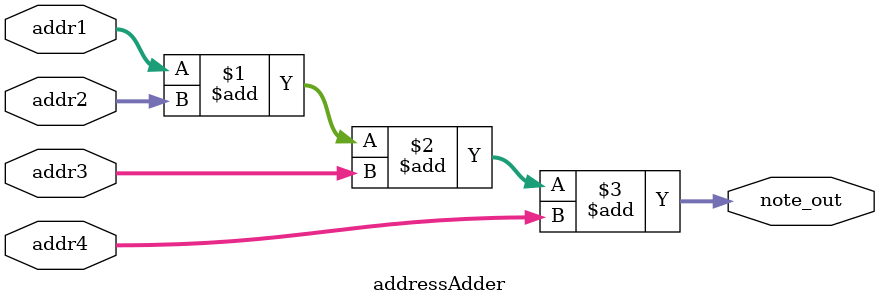
<source format=sv>
module addressAdder(

input logic [15:0] addr1, addr2, addr3, addr4,
output logic [15:0] note_out

);

assign note_out = addr1 + addr2 + addr3 + addr4;


endmodule

</source>
